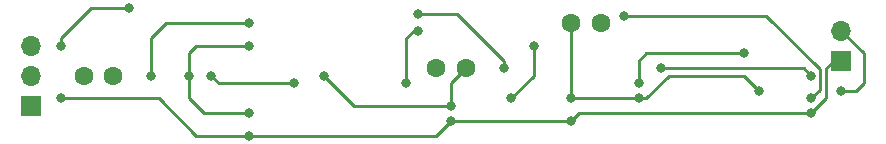
<source format=gbr>
%TF.GenerationSoftware,KiCad,Pcbnew,(6.0.10)*%
%TF.CreationDate,2023-01-19T16:24:11+09:00*%
%TF.ProjectId,Test2,54657374-322e-46b6-9963-61645f706362,rev?*%
%TF.SameCoordinates,Original*%
%TF.FileFunction,Copper,L2,Bot*%
%TF.FilePolarity,Positive*%
%FSLAX46Y46*%
G04 Gerber Fmt 4.6, Leading zero omitted, Abs format (unit mm)*
G04 Created by KiCad (PCBNEW (6.0.10)) date 2023-01-19 16:24:11*
%MOMM*%
%LPD*%
G01*
G04 APERTURE LIST*
%TA.AperFunction,ComponentPad*%
%ADD10C,1.600000*%
%TD*%
%TA.AperFunction,ComponentPad*%
%ADD11R,1.700000X1.700000*%
%TD*%
%TA.AperFunction,ComponentPad*%
%ADD12O,1.700000X1.700000*%
%TD*%
%TA.AperFunction,ViaPad*%
%ADD13C,0.800000*%
%TD*%
%TA.AperFunction,Conductor*%
%ADD14C,0.250000*%
%TD*%
G04 APERTURE END LIST*
D10*
%TO.P,C1,1*%
%TO.N,Net-(C1-Pad1)*%
X34310000Y-22860000D03*
%TO.P,C1,2*%
%TO.N,Net-(Q1-Pad1)*%
X36810000Y-22860000D03*
%TD*%
%TO.P,C3,1*%
%TO.N,Net-(R17-Pad2)*%
X78085000Y-18415000D03*
%TO.P,C3,2*%
%TO.N,Net-(R19-Pad2)*%
X75585000Y-18415000D03*
%TD*%
%TO.P,C2,1*%
%TO.N,Net-(R10-Pad2)*%
X66655000Y-22225000D03*
%TO.P,C2,2*%
%TO.N,Net-(R11-Pad2)*%
X64155000Y-22225000D03*
%TD*%
D11*
%TO.P,KCS,1,Pin_1*%
%TO.N,GND*%
X98425000Y-21590000D03*
D12*
%TO.P,KCS,2,Pin_2*%
%TO.N,Net-(J2-Pad2)*%
X98425000Y-19050000D03*
%TD*%
%TO.P,G,3,Pin_3*%
%TO.N,Net-(R1-Pad1)*%
X29845000Y-20305000D03*
%TO.P,G,2,Pin_2*%
%TO.N,Net-(R7-Pad1)*%
X29845000Y-22845000D03*
D11*
%TO.P,G,1,Pin_1*%
%TO.N,GND*%
X29845000Y-25385000D03*
%TD*%
D13*
%TO.N,Net-(J2-Pad2)*%
X98425000Y-24130000D03*
%TO.N,Net-(R19-Pad2)*%
X91440000Y-24130000D03*
%TO.N,Net-(R17-Pad2)*%
X95885000Y-24765000D03*
X80010000Y-17780000D03*
%TO.N,Net-(R16-Pad2)*%
X95885000Y-22860000D03*
X83185000Y-22225000D03*
%TO.N,Net-(R20-Pad2)*%
X90170000Y-20955000D03*
X81280000Y-23495000D03*
%TO.N,Net-(R19-Pad2)*%
X81280000Y-24765000D03*
X75565000Y-24765000D03*
%TO.N,Net-(R14-Pad2)*%
X70485000Y-24765000D03*
X72390000Y-20320000D03*
%TO.N,Net-(R12-Pad1)*%
X61595000Y-23495000D03*
%TO.N,Net-(R7-Pad1)*%
X62611000Y-17653000D03*
%TO.N,Net-(R12-Pad1)*%
X62611000Y-19050000D03*
%TO.N,Net-(R10-Pad2)*%
X54610000Y-22860000D03*
X65405000Y-25400000D03*
%TO.N,Net-(R7-Pad1)*%
X69850000Y-22225000D03*
%TO.N,GND*%
X32385000Y-24765000D03*
X95885000Y-26035000D03*
X75565000Y-26670000D03*
X65405000Y-26670000D03*
X48260000Y-27940000D03*
%TO.N,Net-(R5-Pad2)*%
X52070000Y-23495000D03*
X45085000Y-22860000D03*
%TO.N,Net-(Q2-Pad2)*%
X48260000Y-20320000D03*
X43180000Y-22860000D03*
X48260000Y-26035000D03*
%TO.N,Net-(Q1-Pad1)*%
X40005000Y-22860000D03*
X48260000Y-18415000D03*
%TO.N,Net-(R7-Pad1)*%
X38100000Y-17145000D03*
X32385000Y-20320000D03*
%TD*%
D14*
%TO.N,Net-(J2-Pad2)*%
X100330000Y-20955000D02*
X98425000Y-19050000D01*
X100330000Y-23495000D02*
X100330000Y-20955000D01*
X99695000Y-24130000D02*
X100330000Y-23495000D01*
X98425000Y-24130000D02*
X99695000Y-24130000D01*
%TO.N,GND*%
X97155000Y-22225000D02*
X97790000Y-21590000D01*
X97790000Y-21590000D02*
X98425000Y-21590000D01*
X97155000Y-24765000D02*
X97155000Y-22225000D01*
X95885000Y-26035000D02*
X97155000Y-24765000D01*
%TO.N,Net-(R16-Pad2)*%
X95250000Y-22225000D02*
X83185000Y-22225000D01*
X95885000Y-22860000D02*
X95250000Y-22225000D01*
%TO.N,Net-(R17-Pad2)*%
X92075000Y-17780000D02*
X80010000Y-17780000D01*
X96610000Y-22315000D02*
X92075000Y-17780000D01*
X95885000Y-24765000D02*
X96610000Y-24040000D01*
X96610000Y-24040000D02*
X96610000Y-22315000D01*
%TO.N,GND*%
X76200000Y-26035000D02*
X95885000Y-26035000D01*
X75565000Y-26670000D02*
X76200000Y-26035000D01*
%TO.N,Net-(R19-Pad2)*%
X81280000Y-24765000D02*
X75565000Y-24765000D01*
X90170000Y-22860000D02*
X91440000Y-24130000D01*
X81280000Y-24765000D02*
X81915000Y-24765000D01*
X81915000Y-24765000D02*
X83820000Y-22860000D01*
X83820000Y-22860000D02*
X90170000Y-22860000D01*
%TO.N,Net-(R20-Pad2)*%
X81915000Y-20955000D02*
X81280000Y-21590000D01*
X90170000Y-20955000D02*
X81915000Y-20955000D01*
X81280000Y-21590000D02*
X81280000Y-23495000D01*
%TO.N,Net-(R19-Pad2)*%
X75585000Y-24745000D02*
X75585000Y-18415000D01*
X75565000Y-24765000D02*
X75585000Y-24745000D01*
%TO.N,Net-(R14-Pad2)*%
X72390000Y-22860000D02*
X70485000Y-24765000D01*
X72390000Y-20320000D02*
X72390000Y-22860000D01*
%TO.N,Net-(R10-Pad2)*%
X65405000Y-23475000D02*
X66655000Y-22225000D01*
X65405000Y-25400000D02*
X65405000Y-23475000D01*
%TO.N,Net-(R12-Pad1)*%
X61595000Y-19685000D02*
X62230000Y-19050000D01*
X61595000Y-23495000D02*
X61595000Y-19685000D01*
X62230000Y-19050000D02*
X62611000Y-19050000D01*
%TO.N,Net-(R7-Pad1)*%
X69850000Y-21590000D02*
X69850000Y-22225000D01*
X65913000Y-17653000D02*
X69850000Y-21590000D01*
X62611000Y-17653000D02*
X65913000Y-17653000D01*
%TO.N,Net-(R10-Pad2)*%
X57150000Y-25400000D02*
X65405000Y-25400000D01*
X54610000Y-22860000D02*
X57150000Y-25400000D01*
%TO.N,GND*%
X65405000Y-26670000D02*
X75565000Y-26670000D01*
X64135000Y-27940000D02*
X65405000Y-26670000D01*
X48260000Y-27940000D02*
X64135000Y-27940000D01*
X43815000Y-27940000D02*
X48260000Y-27940000D01*
X40640000Y-24765000D02*
X43815000Y-27940000D01*
X32385000Y-24765000D02*
X40640000Y-24765000D01*
%TO.N,Net-(Q2-Pad2)*%
X44450000Y-26035000D02*
X48260000Y-26035000D01*
X43180000Y-24765000D02*
X44450000Y-26035000D01*
X43180000Y-22860000D02*
X43180000Y-24765000D01*
%TO.N,Net-(R5-Pad2)*%
X45720000Y-23495000D02*
X52070000Y-23495000D01*
X45085000Y-22860000D02*
X45720000Y-23495000D01*
%TO.N,Net-(Q2-Pad2)*%
X43815000Y-20320000D02*
X48260000Y-20320000D01*
X43180000Y-20955000D02*
X43815000Y-20320000D01*
X43180000Y-22860000D02*
X43180000Y-20955000D01*
%TO.N,Net-(Q1-Pad1)*%
X41275000Y-18415000D02*
X48260000Y-18415000D01*
X40005000Y-19685000D02*
X41275000Y-18415000D01*
X40005000Y-22860000D02*
X40005000Y-19685000D01*
%TO.N,Net-(R7-Pad1)*%
X32385000Y-19685000D02*
X32385000Y-20320000D01*
X38100000Y-17145000D02*
X34925000Y-17145000D01*
X34925000Y-17145000D02*
X32385000Y-19685000D01*
%TD*%
M02*

</source>
